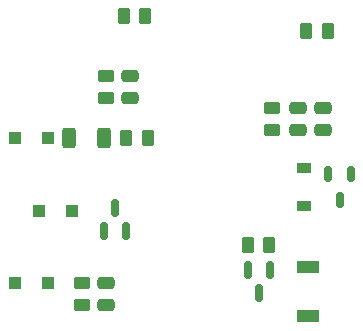
<source format=gbp>
%TF.GenerationSoftware,KiCad,Pcbnew,8.0.5*%
%TF.CreationDate,2024-11-25T00:57:53-06:00*%
%TF.ProjectId,ActivePrecharge,41637469-7665-4507-9265-636861726765,rev?*%
%TF.SameCoordinates,Original*%
%TF.FileFunction,Paste,Bot*%
%TF.FilePolarity,Positive*%
%FSLAX46Y46*%
G04 Gerber Fmt 4.6, Leading zero omitted, Abs format (unit mm)*
G04 Created by KiCad (PCBNEW 8.0.5) date 2024-11-25 00:57:53*
%MOMM*%
%LPD*%
G01*
G04 APERTURE LIST*
G04 Aperture macros list*
%AMRoundRect*
0 Rectangle with rounded corners*
0 $1 Rounding radius*
0 $2 $3 $4 $5 $6 $7 $8 $9 X,Y pos of 4 corners*
0 Add a 4 corners polygon primitive as box body*
4,1,4,$2,$3,$4,$5,$6,$7,$8,$9,$2,$3,0*
0 Add four circle primitives for the rounded corners*
1,1,$1+$1,$2,$3*
1,1,$1+$1,$4,$5*
1,1,$1+$1,$6,$7*
1,1,$1+$1,$8,$9*
0 Add four rect primitives between the rounded corners*
20,1,$1+$1,$2,$3,$4,$5,0*
20,1,$1+$1,$4,$5,$6,$7,0*
20,1,$1+$1,$6,$7,$8,$9,0*
20,1,$1+$1,$8,$9,$2,$3,0*%
G04 Aperture macros list end*
%ADD10RoundRect,0.150000X-0.150000X0.512500X-0.150000X-0.512500X0.150000X-0.512500X0.150000X0.512500X0*%
%ADD11RoundRect,0.150000X-0.150000X0.587500X-0.150000X-0.587500X0.150000X-0.587500X0.150000X0.587500X0*%
%ADD12RoundRect,0.150000X0.150000X-0.587500X0.150000X0.587500X-0.150000X0.587500X-0.150000X-0.587500X0*%
%ADD13RoundRect,0.250000X0.450000X-0.262500X0.450000X0.262500X-0.450000X0.262500X-0.450000X-0.262500X0*%
%ADD14RoundRect,0.250000X-0.312500X-0.625000X0.312500X-0.625000X0.312500X0.625000X-0.312500X0.625000X0*%
%ADD15R,1.220000X0.910000*%
%ADD16RoundRect,0.250000X0.300000X0.300000X-0.300000X0.300000X-0.300000X-0.300000X0.300000X-0.300000X0*%
%ADD17RoundRect,0.250000X0.475000X-0.250000X0.475000X0.250000X-0.475000X0.250000X-0.475000X-0.250000X0*%
%ADD18RoundRect,0.250000X-0.475000X0.250000X-0.475000X-0.250000X0.475000X-0.250000X0.475000X0.250000X0*%
%ADD19R,1.890000X1.140000*%
%ADD20RoundRect,0.250000X-0.262500X-0.450000X0.262500X-0.450000X0.262500X0.450000X-0.262500X0.450000X0*%
%ADD21RoundRect,0.250000X0.262500X0.450000X-0.262500X0.450000X-0.262500X-0.450000X0.262500X-0.450000X0*%
%ADD22RoundRect,0.250000X-0.450000X0.262500X-0.450000X-0.262500X0.450000X-0.262500X0.450000X0.262500X0*%
%ADD23RoundRect,0.250000X-0.300000X-0.300000X0.300000X-0.300000X0.300000X0.300000X-0.300000X0.300000X0*%
G04 APERTURE END LIST*
D10*
%TO.C,Q4*%
X137300000Y-96862500D03*
X139200000Y-96862500D03*
X138250000Y-99137500D03*
%TD*%
D11*
%TO.C,Q3*%
X130500000Y-105062500D03*
X132400000Y-105062500D03*
X131450000Y-106937500D03*
%TD*%
D12*
%TO.C,Q1*%
X119250000Y-99812500D03*
X118300000Y-101687500D03*
X120200000Y-101687500D03*
%TD*%
D13*
%TO.C,R2*%
X118475000Y-88637500D03*
X118475000Y-90462500D03*
%TD*%
D14*
%TO.C,R6*%
X115347500Y-93860000D03*
X118272500Y-93860000D03*
%TD*%
D15*
%TO.C,D4*%
X135250000Y-99635000D03*
X135250000Y-96365000D03*
%TD*%
D16*
%TO.C,D3*%
X113587500Y-106112500D03*
X110787500Y-106112500D03*
%TD*%
D17*
%TO.C,C4*%
X136840000Y-93200000D03*
X136840000Y-91300000D03*
%TD*%
%TO.C,C1*%
X120500000Y-88600000D03*
X120500000Y-90500000D03*
%TD*%
D18*
%TO.C,C2*%
X118487500Y-106112500D03*
X118487500Y-108012500D03*
%TD*%
D19*
%TO.C,D5*%
X135550000Y-104750000D03*
X135550000Y-108950000D03*
%TD*%
D17*
%TO.C,C3*%
X134750000Y-93200000D03*
X134750000Y-91300000D03*
%TD*%
D20*
%TO.C,R11*%
X130487500Y-102937500D03*
X132312500Y-102937500D03*
%TD*%
D21*
%TO.C,R7*%
X122012500Y-93875000D03*
X120187500Y-93875000D03*
%TD*%
D20*
%TO.C,R13*%
X135425000Y-84750000D03*
X137250000Y-84750000D03*
%TD*%
D16*
%TO.C,D2*%
X113587500Y-93862500D03*
X110787500Y-93862500D03*
%TD*%
D21*
%TO.C,R9*%
X121802500Y-83550000D03*
X119977500Y-83550000D03*
%TD*%
D22*
%TO.C,R4*%
X116487500Y-106150000D03*
X116487500Y-107975000D03*
%TD*%
%TO.C,R10*%
X132500000Y-91337500D03*
X132500000Y-93162500D03*
%TD*%
D23*
%TO.C,D1*%
X112837500Y-100000000D03*
X115637500Y-100000000D03*
%TD*%
M02*

</source>
